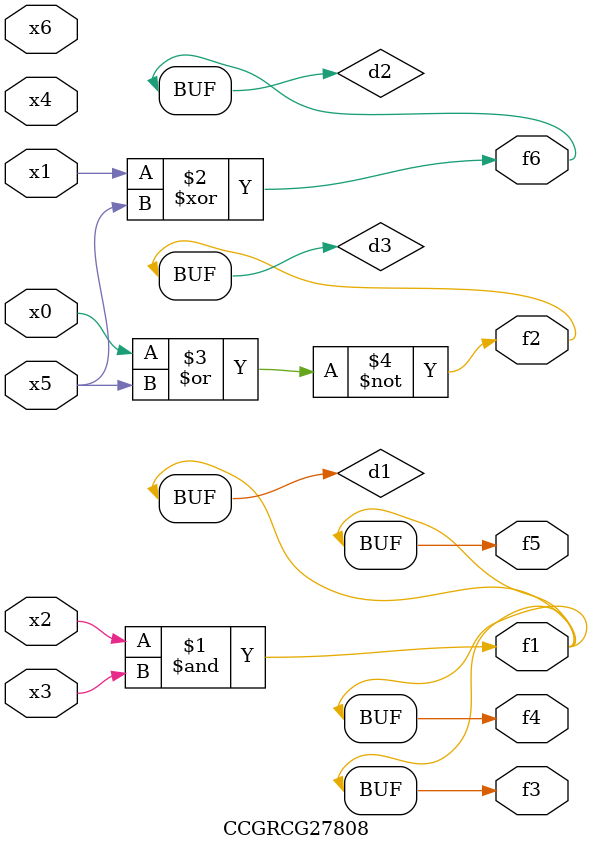
<source format=v>
module CCGRCG27808(
	input x0, x1, x2, x3, x4, x5, x6,
	output f1, f2, f3, f4, f5, f6
);

	wire d1, d2, d3;

	and (d1, x2, x3);
	xor (d2, x1, x5);
	nor (d3, x0, x5);
	assign f1 = d1;
	assign f2 = d3;
	assign f3 = d1;
	assign f4 = d1;
	assign f5 = d1;
	assign f6 = d2;
endmodule

</source>
